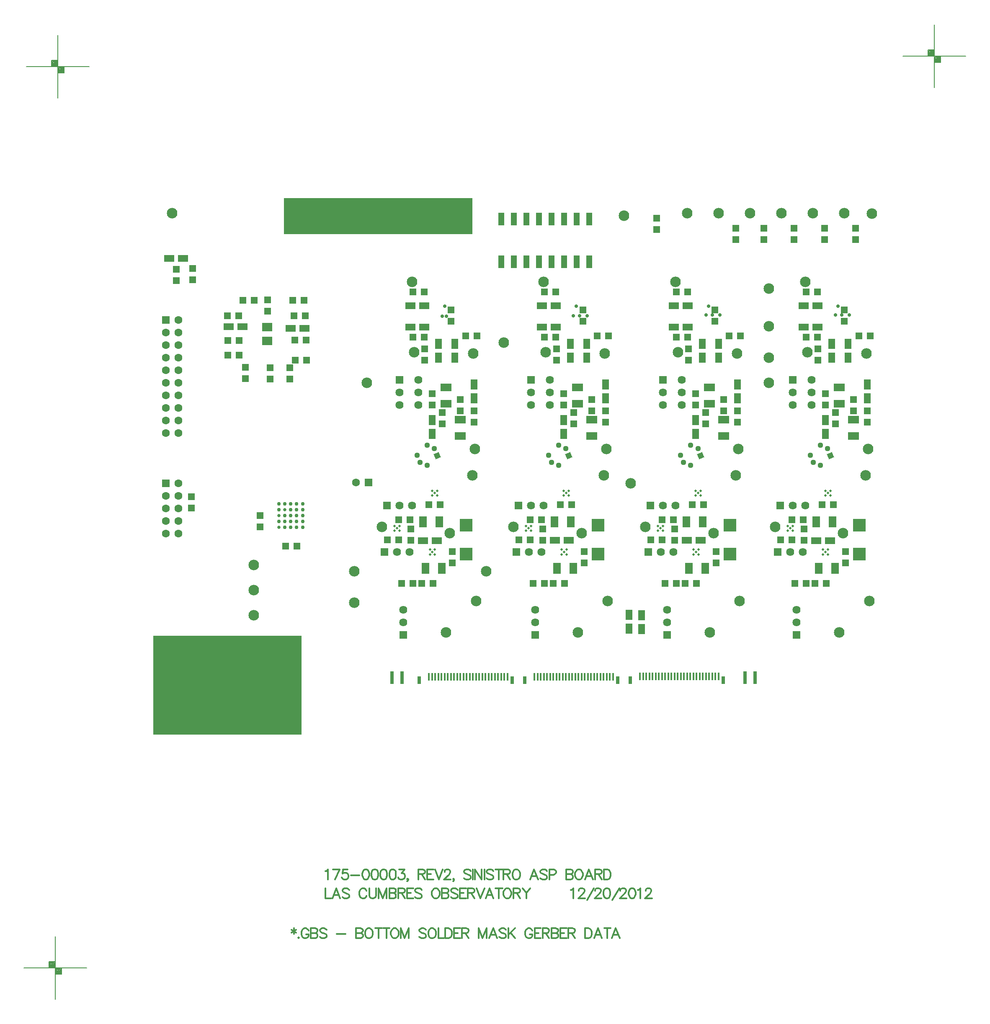
<source format=gbs>
%FSLAX23Y23*%
%MOIN*%
G70*
G01*
G75*
G04 Layer_Color=16711935*
%ADD10O,0.012X0.083*%
%ADD11O,0.083X0.012*%
%ADD12O,0.010X0.061*%
%ADD13O,0.061X0.010*%
%ADD14R,0.014X0.049*%
%ADD15R,0.024X0.087*%
%ADD16O,0.028X0.098*%
%ADD17R,0.036X0.028*%
%ADD18R,0.036X0.036*%
%ADD19R,0.050X0.050*%
%ADD20R,0.045X0.017*%
%ADD21R,0.031X0.060*%
%ADD22R,0.014X0.060*%
%ADD23R,0.030X0.100*%
%ADD24R,0.228X0.228*%
%ADD25O,0.008X0.033*%
%ADD26O,0.033X0.008*%
%ADD27O,0.098X0.028*%
%ADD28R,0.074X0.062*%
%ADD29R,0.016X0.061*%
%ADD30R,0.134X0.075*%
%ADD31R,0.048X0.078*%
%ADD32R,0.050X0.050*%
%ADD33R,0.062X0.074*%
%ADD34R,0.061X0.016*%
%ADD35R,0.100X0.100*%
%ADD36C,0.040*%
%ADD37C,0.010*%
%ADD38C,0.005*%
%ADD39C,0.025*%
%ADD40C,0.012*%
%ADD41R,1.181X0.787*%
%ADD42C,0.008*%
%ADD43C,0.012*%
%ADD44C,0.012*%
%ADD45C,0.060*%
%ADD46R,0.060X0.060*%
%ADD47R,0.060X0.060*%
%ADD48P,0.057X4X247.5*%
%ADD49C,0.026*%
%ADD50C,0.080*%
%ADD51C,0.020*%
%ADD52R,0.059X0.059*%
%ADD53C,0.059*%
%ADD54R,0.059X0.059*%
%ADD55C,0.024*%
%ADD56C,0.236*%
%ADD57C,0.050*%
%ADD58C,0.040*%
%ADD59C,0.100*%
%ADD60C,0.045*%
%ADD61C,0.033*%
%ADD62C,0.072*%
%ADD63C,0.030*%
%ADD64C,0.055*%
G04:AMPARAMS|DCode=65|XSize=95.433mil|YSize=95.433mil|CornerRadius=0mil|HoleSize=0mil|Usage=FLASHONLY|Rotation=0.000|XOffset=0mil|YOffset=0mil|HoleType=Round|Shape=Relief|Width=10mil|Gap=10mil|Entries=4|*
%AMTHD65*
7,0,0,0.095,0.075,0.010,45*
%
%ADD65THD65*%
G04:AMPARAMS|DCode=66|XSize=112mil|YSize=112mil|CornerRadius=0mil|HoleSize=0mil|Usage=FLASHONLY|Rotation=0.000|XOffset=0mil|YOffset=0mil|HoleType=Round|Shape=Relief|Width=10mil|Gap=10mil|Entries=4|*
%AMTHD66*
7,0,0,0.112,0.092,0.010,45*
%
%ADD66THD66*%
%ADD67C,0.138*%
G04:AMPARAMS|DCode=68|XSize=70mil|YSize=70mil|CornerRadius=0mil|HoleSize=0mil|Usage=FLASHONLY|Rotation=0.000|XOffset=0mil|YOffset=0mil|HoleType=Round|Shape=Relief|Width=10mil|Gap=10mil|Entries=4|*
%AMTHD68*
7,0,0,0.070,0.050,0.010,45*
%
%ADD68THD68*%
%ADD69C,0.030*%
G04:AMPARAMS|DCode=70|XSize=85mil|YSize=85mil|CornerRadius=0mil|HoleSize=0mil|Usage=FLASHONLY|Rotation=0.000|XOffset=0mil|YOffset=0mil|HoleType=Round|Shape=Relief|Width=10mil|Gap=10mil|Entries=4|*
%AMTHD70*
7,0,0,0.085,0.065,0.010,45*
%
%ADD70THD70*%
%ADD71R,0.044X0.096*%
%ADD72R,0.060X0.086*%
%ADD73R,0.075X0.063*%
%ADD74R,0.078X0.048*%
%ADD75R,0.086X0.060*%
%ADD76C,0.007*%
%ADD77R,1.181X0.787*%
%ADD78C,0.010*%
%ADD79C,0.024*%
%ADD80C,0.008*%
%ADD81C,0.004*%
%ADD82C,0.010*%
%ADD83C,0.006*%
%ADD84R,0.230X0.152*%
%ADD85R,0.074X0.062*%
%ADD86R,0.062X0.074*%
%ADD87R,1.181X0.787*%
%ADD88O,0.016X0.087*%
%ADD89O,0.087X0.016*%
%ADD90O,0.014X0.065*%
%ADD91O,0.065X0.014*%
%ADD92R,0.018X0.053*%
%ADD93R,0.028X0.091*%
%ADD94O,0.032X0.102*%
%ADD95R,0.040X0.032*%
%ADD96R,0.040X0.040*%
%ADD97R,0.054X0.054*%
%ADD98R,0.049X0.021*%
%ADD99R,0.232X0.232*%
%ADD100O,0.012X0.037*%
%ADD101O,0.037X0.012*%
%ADD102O,0.102X0.032*%
%ADD103R,0.078X0.066*%
%ADD104R,0.020X0.065*%
%ADD105R,0.138X0.079*%
%ADD106R,0.052X0.082*%
%ADD107R,0.054X0.054*%
%ADD108R,0.066X0.078*%
%ADD109R,0.065X0.020*%
%ADD110R,0.104X0.104*%
%ADD111C,0.120*%
%ADD112C,0.064*%
%ADD113R,0.064X0.064*%
%ADD114R,0.064X0.064*%
%ADD115P,0.062X4X247.5*%
%ADD116C,0.044*%
%ADD117C,0.030*%
%ADD118C,0.084*%
%ADD119R,0.063X0.063*%
%ADD120C,0.063*%
%ADD121R,0.063X0.063*%
%ADD122C,0.028*%
%ADD123C,0.240*%
%ADD124C,0.054*%
%ADD125R,1.505X0.288*%
%ADD126R,0.048X0.100*%
%ADD127R,0.064X0.090*%
%ADD128R,0.079X0.067*%
%ADD129R,0.082X0.052*%
%ADD130R,0.090X0.064*%
D21*
X13662Y10741D02*
D03*
X14402D02*
D03*
X13562D02*
D03*
X12822D02*
D03*
X12722D02*
D03*
X11982D02*
D03*
D22*
X12085Y10768D02*
D03*
X12110D02*
D03*
X12135D02*
D03*
X12160D02*
D03*
X12185D02*
D03*
X12210D02*
D03*
X12235D02*
D03*
X12260D02*
D03*
X12285D02*
D03*
X12310D02*
D03*
X12335D02*
D03*
X12360D02*
D03*
X12385D02*
D03*
X12410D02*
D03*
X12435D02*
D03*
X12460D02*
D03*
X12485D02*
D03*
X12510D02*
D03*
X12535D02*
D03*
X12560D02*
D03*
X12585D02*
D03*
X12610D02*
D03*
X12635D02*
D03*
X12660D02*
D03*
X12900D02*
D03*
X12925D02*
D03*
X12950D02*
D03*
X12975D02*
D03*
X13000D02*
D03*
X13025D02*
D03*
X13050D02*
D03*
X13075D02*
D03*
X13100D02*
D03*
X13125D02*
D03*
X13150D02*
D03*
X13175D02*
D03*
X13200D02*
D03*
X13225D02*
D03*
X13250D02*
D03*
X13275D02*
D03*
X13300D02*
D03*
X13325D02*
D03*
X13350D02*
D03*
X13375D02*
D03*
X13400D02*
D03*
X13425D02*
D03*
X13450D02*
D03*
X13475D02*
D03*
X13500D02*
D03*
X13525D02*
D03*
X13740Y10769D02*
D03*
X13765D02*
D03*
X13790D02*
D03*
X13815D02*
D03*
X13840D02*
D03*
X13865D02*
D03*
X13890D02*
D03*
X13915D02*
D03*
X13940D02*
D03*
X13965D02*
D03*
X13990D02*
D03*
X14015D02*
D03*
X14040D02*
D03*
X14065D02*
D03*
X14090D02*
D03*
X14115D02*
D03*
X14140D02*
D03*
X14165D02*
D03*
X14190D02*
D03*
X14215D02*
D03*
X14240D02*
D03*
X14265D02*
D03*
X14290D02*
D03*
X14315D02*
D03*
X14340D02*
D03*
X14365D02*
D03*
X12060Y10768D02*
D03*
X12685D02*
D03*
D23*
X11768Y10759D02*
D03*
X11847D02*
D03*
X14578Y10760D02*
D03*
X14657D02*
D03*
D40*
X10985Y8766D02*
Y8721D01*
X10966Y8755D02*
X11004Y8732D01*
Y8755D02*
X10966Y8732D01*
X11024Y8694D02*
X11021Y8690D01*
X11024Y8686D01*
X11028Y8690D01*
X11024Y8694D01*
X11103Y8747D02*
X11099Y8755D01*
X11091Y8762D01*
X11084Y8766D01*
X11069D01*
X11061Y8762D01*
X11053Y8755D01*
X11050Y8747D01*
X11046Y8736D01*
Y8717D01*
X11050Y8705D01*
X11053Y8698D01*
X11061Y8690D01*
X11069Y8686D01*
X11084D01*
X11091Y8690D01*
X11099Y8698D01*
X11103Y8705D01*
Y8717D01*
X11084D02*
X11103D01*
X11121Y8766D02*
Y8686D01*
Y8766D02*
X11155D01*
X11167Y8762D01*
X11171Y8759D01*
X11174Y8751D01*
Y8743D01*
X11171Y8736D01*
X11167Y8732D01*
X11155Y8728D01*
X11121D02*
X11155D01*
X11167Y8724D01*
X11171Y8721D01*
X11174Y8713D01*
Y8702D01*
X11171Y8694D01*
X11167Y8690D01*
X11155Y8686D01*
X11121D01*
X11246Y8755D02*
X11238Y8762D01*
X11227Y8766D01*
X11211D01*
X11200Y8762D01*
X11192Y8755D01*
Y8747D01*
X11196Y8740D01*
X11200Y8736D01*
X11208Y8732D01*
X11230Y8724D01*
X11238Y8721D01*
X11242Y8717D01*
X11246Y8709D01*
Y8698D01*
X11238Y8690D01*
X11227Y8686D01*
X11211D01*
X11200Y8690D01*
X11192Y8698D01*
X11326Y8721D02*
X11395D01*
X11481Y8766D02*
Y8686D01*
Y8766D02*
X11516D01*
X11527Y8762D01*
X11531Y8759D01*
X11535Y8751D01*
Y8743D01*
X11531Y8736D01*
X11527Y8732D01*
X11516Y8728D01*
X11481D02*
X11516D01*
X11527Y8724D01*
X11531Y8721D01*
X11535Y8713D01*
Y8702D01*
X11531Y8694D01*
X11527Y8690D01*
X11516Y8686D01*
X11481D01*
X11576Y8766D02*
X11568Y8762D01*
X11560Y8755D01*
X11556Y8747D01*
X11553Y8736D01*
Y8717D01*
X11556Y8705D01*
X11560Y8698D01*
X11568Y8690D01*
X11576Y8686D01*
X11591D01*
X11598Y8690D01*
X11606Y8698D01*
X11610Y8705D01*
X11614Y8717D01*
Y8736D01*
X11610Y8747D01*
X11606Y8755D01*
X11598Y8762D01*
X11591Y8766D01*
X11576D01*
X11659D02*
Y8686D01*
X11632Y8766D02*
X11686D01*
X11722D02*
Y8686D01*
X11695Y8766D02*
X11748D01*
X11781D02*
X11773Y8762D01*
X11766Y8755D01*
X11762Y8747D01*
X11758Y8736D01*
Y8717D01*
X11762Y8705D01*
X11766Y8698D01*
X11773Y8690D01*
X11781Y8686D01*
X11796D01*
X11804Y8690D01*
X11811Y8698D01*
X11815Y8705D01*
X11819Y8717D01*
Y8736D01*
X11815Y8747D01*
X11811Y8755D01*
X11804Y8762D01*
X11796Y8766D01*
X11781D01*
X11838D02*
Y8686D01*
Y8766D02*
X11868Y8686D01*
X11899Y8766D02*
X11868Y8686D01*
X11899Y8766D02*
Y8686D01*
X12038Y8755D02*
X12030Y8762D01*
X12018Y8766D01*
X12003D01*
X11992Y8762D01*
X11984Y8755D01*
Y8747D01*
X11988Y8740D01*
X11992Y8736D01*
X11999Y8732D01*
X12022Y8724D01*
X12030Y8721D01*
X12034Y8717D01*
X12038Y8709D01*
Y8698D01*
X12030Y8690D01*
X12018Y8686D01*
X12003D01*
X11992Y8690D01*
X11984Y8698D01*
X12078Y8766D02*
X12071Y8762D01*
X12063Y8755D01*
X12059Y8747D01*
X12055Y8736D01*
Y8717D01*
X12059Y8705D01*
X12063Y8698D01*
X12071Y8690D01*
X12078Y8686D01*
X12094D01*
X12101Y8690D01*
X12109Y8698D01*
X12113Y8705D01*
X12116Y8717D01*
Y8736D01*
X12113Y8747D01*
X12109Y8755D01*
X12101Y8762D01*
X12094Y8766D01*
X12078D01*
X12135D02*
Y8686D01*
X12181D01*
X12189Y8766D02*
Y8686D01*
Y8766D02*
X12216D01*
X12228Y8762D01*
X12235Y8755D01*
X12239Y8747D01*
X12243Y8736D01*
Y8717D01*
X12239Y8705D01*
X12235Y8698D01*
X12228Y8690D01*
X12216Y8686D01*
X12189D01*
X12310Y8766D02*
X12261D01*
Y8686D01*
X12310D01*
X12261Y8728D02*
X12291D01*
X12324Y8766D02*
Y8686D01*
Y8766D02*
X12358D01*
X12369Y8762D01*
X12373Y8759D01*
X12377Y8751D01*
Y8743D01*
X12373Y8736D01*
X12369Y8732D01*
X12358Y8728D01*
X12324D01*
X12350D02*
X12377Y8686D01*
X12458Y8766D02*
Y8686D01*
Y8766D02*
X12488Y8686D01*
X12519Y8766D02*
X12488Y8686D01*
X12519Y8766D02*
Y8686D01*
X12602D02*
X12572Y8766D01*
X12541Y8686D01*
X12553Y8713D02*
X12591D01*
X12674Y8755D02*
X12667Y8762D01*
X12655Y8766D01*
X12640D01*
X12629Y8762D01*
X12621Y8755D01*
Y8747D01*
X12625Y8740D01*
X12629Y8736D01*
X12636Y8732D01*
X12659Y8724D01*
X12667Y8721D01*
X12671Y8717D01*
X12674Y8709D01*
Y8698D01*
X12667Y8690D01*
X12655Y8686D01*
X12640D01*
X12629Y8690D01*
X12621Y8698D01*
X12692Y8766D02*
Y8686D01*
X12746Y8766D02*
X12692Y8713D01*
X12711Y8732D02*
X12746Y8686D01*
X12883Y8747D02*
X12880Y8755D01*
X12872Y8762D01*
X12864Y8766D01*
X12849D01*
X12842Y8762D01*
X12834Y8755D01*
X12830Y8747D01*
X12826Y8736D01*
Y8717D01*
X12830Y8705D01*
X12834Y8698D01*
X12842Y8690D01*
X12849Y8686D01*
X12864D01*
X12872Y8690D01*
X12880Y8698D01*
X12883Y8705D01*
Y8717D01*
X12864D02*
X12883D01*
X12951Y8766D02*
X12902D01*
Y8686D01*
X12951D01*
X12902Y8728D02*
X12932D01*
X12965Y8766D02*
Y8686D01*
Y8766D02*
X12999D01*
X13010Y8762D01*
X13014Y8759D01*
X13018Y8751D01*
Y8743D01*
X13014Y8736D01*
X13010Y8732D01*
X12999Y8728D01*
X12965D01*
X12991D02*
X13018Y8686D01*
X13036Y8766D02*
Y8686D01*
Y8766D02*
X13070D01*
X13081Y8762D01*
X13085Y8759D01*
X13089Y8751D01*
Y8743D01*
X13085Y8736D01*
X13081Y8732D01*
X13070Y8728D01*
X13036D02*
X13070D01*
X13081Y8724D01*
X13085Y8721D01*
X13089Y8713D01*
Y8702D01*
X13085Y8694D01*
X13081Y8690D01*
X13070Y8686D01*
X13036D01*
X13157Y8766D02*
X13107D01*
Y8686D01*
X13157D01*
X13107Y8728D02*
X13137D01*
X13170Y8766D02*
Y8686D01*
Y8766D02*
X13204D01*
X13216Y8762D01*
X13219Y8759D01*
X13223Y8751D01*
Y8743D01*
X13219Y8736D01*
X13216Y8732D01*
X13204Y8728D01*
X13170D01*
X13197D02*
X13223Y8686D01*
X13304Y8766D02*
Y8686D01*
Y8766D02*
X13331D01*
X13342Y8762D01*
X13350Y8755D01*
X13353Y8747D01*
X13357Y8736D01*
Y8717D01*
X13353Y8705D01*
X13350Y8698D01*
X13342Y8690D01*
X13331Y8686D01*
X13304D01*
X13436D02*
X13406Y8766D01*
X13375Y8686D01*
X13387Y8713D02*
X13425D01*
X13481Y8766D02*
Y8686D01*
X13455Y8766D02*
X13508D01*
X13579Y8686D02*
X13548Y8766D01*
X13518Y8686D01*
X13529Y8713D02*
X13567D01*
D42*
X8838Y8452D02*
X9338D01*
X9088Y8202D02*
Y8702D01*
X9038Y8452D02*
Y8502D01*
X9088D01*
X9138Y8402D02*
Y8452D01*
X9088Y8402D02*
X9138D01*
X9093Y8447D02*
X9133D01*
Y8407D02*
Y8447D01*
X9093Y8407D02*
X9133D01*
X9093D02*
Y8447D01*
X9098Y8442D02*
X9128D01*
Y8412D02*
Y8442D01*
X9098Y8412D02*
X9128D01*
X9098D02*
Y8437D01*
X9103D02*
X9123D01*
Y8417D02*
Y8437D01*
X9103Y8417D02*
X9123D01*
X9103D02*
Y8432D01*
X9108D02*
X9118D01*
Y8422D02*
Y8432D01*
X9108Y8422D02*
X9118D01*
X9108D02*
Y8432D01*
Y8427D02*
X9118D01*
X9043Y8497D02*
X9083D01*
Y8457D02*
Y8497D01*
X9043Y8457D02*
X9083D01*
X9043D02*
Y8497D01*
X9048Y8492D02*
X9078D01*
Y8462D02*
Y8492D01*
X9048Y8462D02*
X9078D01*
X9048D02*
Y8487D01*
X9053D02*
X9073D01*
Y8467D02*
Y8487D01*
X9053Y8467D02*
X9073D01*
X9053D02*
Y8482D01*
X9058D02*
X9068D01*
Y8472D02*
Y8482D01*
X9058Y8472D02*
X9068D01*
X9058D02*
Y8482D01*
Y8477D02*
X9068D01*
X8855Y15624D02*
X9355D01*
X9105Y15374D02*
Y15874D01*
X9055Y15624D02*
Y15674D01*
X9105D01*
X9155Y15574D02*
Y15624D01*
X9105Y15574D02*
X9155D01*
X9110Y15619D02*
X9150D01*
Y15579D02*
Y15619D01*
X9110Y15579D02*
X9150D01*
X9110D02*
Y15619D01*
X9115Y15614D02*
X9145D01*
Y15584D02*
Y15614D01*
X9115Y15584D02*
X9145D01*
X9115D02*
Y15609D01*
X9120D02*
X9140D01*
Y15589D02*
Y15609D01*
X9120Y15589D02*
X9140D01*
X9120D02*
Y15604D01*
X9125D02*
X9135D01*
Y15594D02*
Y15604D01*
X9125Y15594D02*
X9135D01*
X9125D02*
Y15604D01*
Y15599D02*
X9135D01*
X9060Y15669D02*
X9100D01*
Y15629D02*
Y15669D01*
X9060Y15629D02*
X9100D01*
X9060D02*
Y15669D01*
X9065Y15664D02*
X9095D01*
Y15634D02*
Y15664D01*
X9065Y15634D02*
X9095D01*
X9065D02*
Y15659D01*
X9070D02*
X9090D01*
Y15639D02*
Y15659D01*
X9070Y15639D02*
X9090D01*
X9070D02*
Y15654D01*
X9075D02*
X9085D01*
Y15644D02*
Y15654D01*
X9075Y15644D02*
X9085D01*
X9075D02*
Y15654D01*
Y15649D02*
X9085D01*
X15834Y15707D02*
X16334D01*
X16084Y15457D02*
Y15957D01*
X16034Y15707D02*
Y15757D01*
X16084D01*
X16134Y15657D02*
Y15707D01*
X16084Y15657D02*
X16134D01*
X16089Y15702D02*
X16129D01*
Y15662D02*
Y15702D01*
X16089Y15662D02*
X16129D01*
X16089D02*
Y15702D01*
X16094Y15697D02*
X16124D01*
Y15667D02*
Y15697D01*
X16094Y15667D02*
X16124D01*
X16094D02*
Y15692D01*
X16099D02*
X16119D01*
Y15672D02*
Y15692D01*
X16099Y15672D02*
X16119D01*
X16099D02*
Y15687D01*
X16104D02*
X16114D01*
Y15677D02*
Y15687D01*
X16104Y15677D02*
X16114D01*
X16104D02*
Y15687D01*
Y15682D02*
X16114D01*
X16039Y15752D02*
X16079D01*
Y15712D02*
Y15752D01*
X16039Y15712D02*
X16079D01*
X16039D02*
Y15752D01*
X16044Y15747D02*
X16074D01*
Y15717D02*
Y15747D01*
X16044Y15717D02*
X16074D01*
X16044D02*
Y15742D01*
X16049D02*
X16069D01*
Y15722D02*
Y15742D01*
X16049Y15722D02*
X16069D01*
X16049D02*
Y15737D01*
X16054D02*
X16064D01*
Y15727D02*
Y15737D01*
X16054Y15727D02*
X16064D01*
X16054D02*
Y15737D01*
Y15732D02*
X16064D01*
D43*
X11238Y9219D02*
X11246Y9222D01*
X11257Y9234D01*
Y9154D01*
X11350Y9234D02*
X11312Y9154D01*
X11297Y9234D02*
X11350D01*
X11414D02*
X11376D01*
X11372Y9200D01*
X11376Y9203D01*
X11387Y9207D01*
X11399D01*
X11410Y9203D01*
X11418Y9196D01*
X11421Y9184D01*
Y9177D01*
X11418Y9165D01*
X11410Y9158D01*
X11399Y9154D01*
X11387D01*
X11376Y9158D01*
X11372Y9161D01*
X11368Y9169D01*
X11439Y9188D02*
X11508D01*
X11554Y9234D02*
X11543Y9230D01*
X11535Y9219D01*
X11531Y9200D01*
Y9188D01*
X11535Y9169D01*
X11543Y9158D01*
X11554Y9154D01*
X11562D01*
X11573Y9158D01*
X11581Y9169D01*
X11585Y9188D01*
Y9200D01*
X11581Y9219D01*
X11573Y9230D01*
X11562Y9234D01*
X11554D01*
X11626D02*
X11614Y9230D01*
X11606Y9219D01*
X11603Y9200D01*
Y9188D01*
X11606Y9169D01*
X11614Y9158D01*
X11626Y9154D01*
X11633D01*
X11645Y9158D01*
X11652Y9169D01*
X11656Y9188D01*
Y9200D01*
X11652Y9219D01*
X11645Y9230D01*
X11633Y9234D01*
X11626D01*
X11697D02*
X11685Y9230D01*
X11678Y9219D01*
X11674Y9200D01*
Y9188D01*
X11678Y9169D01*
X11685Y9158D01*
X11697Y9154D01*
X11704D01*
X11716Y9158D01*
X11723Y9169D01*
X11727Y9188D01*
Y9200D01*
X11723Y9219D01*
X11716Y9230D01*
X11704Y9234D01*
X11697D01*
X11768D02*
X11757Y9230D01*
X11749Y9219D01*
X11745Y9200D01*
Y9188D01*
X11749Y9169D01*
X11757Y9158D01*
X11768Y9154D01*
X11776D01*
X11787Y9158D01*
X11795Y9169D01*
X11798Y9188D01*
Y9200D01*
X11795Y9219D01*
X11787Y9230D01*
X11776Y9234D01*
X11768D01*
X11824D02*
X11866D01*
X11843Y9203D01*
X11854D01*
X11862Y9200D01*
X11866Y9196D01*
X11870Y9184D01*
Y9177D01*
X11866Y9165D01*
X11858Y9158D01*
X11847Y9154D01*
X11835D01*
X11824Y9158D01*
X11820Y9161D01*
X11816Y9169D01*
X11895Y9158D02*
X11891Y9154D01*
X11888Y9158D01*
X11891Y9161D01*
X11895Y9158D01*
Y9150D01*
X11891Y9142D01*
X11888Y9139D01*
X11976Y9234D02*
Y9154D01*
Y9234D02*
X12010D01*
X12021Y9230D01*
X12025Y9226D01*
X12029Y9219D01*
Y9211D01*
X12025Y9203D01*
X12021Y9200D01*
X12010Y9196D01*
X11976D01*
X12002D02*
X12029Y9154D01*
X12096Y9234D02*
X12047D01*
Y9154D01*
X12096D01*
X12047Y9196D02*
X12077D01*
X12110Y9234D02*
X12140Y9154D01*
X12171Y9234D02*
X12140Y9154D01*
X12185Y9215D02*
Y9219D01*
X12188Y9226D01*
X12192Y9230D01*
X12200Y9234D01*
X12215D01*
X12223Y9230D01*
X12227Y9226D01*
X12230Y9219D01*
Y9211D01*
X12227Y9203D01*
X12219Y9192D01*
X12181Y9154D01*
X12234D01*
X12260Y9158D02*
X12256Y9154D01*
X12252Y9158D01*
X12256Y9161D01*
X12260Y9158D01*
Y9150D01*
X12256Y9142D01*
X12252Y9139D01*
X12393Y9222D02*
X12386Y9230D01*
X12374Y9234D01*
X12359D01*
X12348Y9230D01*
X12340Y9222D01*
Y9215D01*
X12344Y9207D01*
X12348Y9203D01*
X12355Y9200D01*
X12378Y9192D01*
X12386Y9188D01*
X12390Y9184D01*
X12393Y9177D01*
Y9165D01*
X12386Y9158D01*
X12374Y9154D01*
X12359D01*
X12348Y9158D01*
X12340Y9165D01*
X12411Y9234D02*
Y9154D01*
X12428Y9234D02*
Y9154D01*
Y9234D02*
X12481Y9154D01*
Y9234D02*
Y9154D01*
X12503Y9234D02*
Y9154D01*
X12574Y9222D02*
X12566Y9230D01*
X12554Y9234D01*
X12539D01*
X12528Y9230D01*
X12520Y9222D01*
Y9215D01*
X12524Y9207D01*
X12528Y9203D01*
X12535Y9200D01*
X12558Y9192D01*
X12566Y9188D01*
X12570Y9184D01*
X12574Y9177D01*
Y9165D01*
X12566Y9158D01*
X12554Y9154D01*
X12539D01*
X12528Y9158D01*
X12520Y9165D01*
X12618Y9234D02*
Y9154D01*
X12591Y9234D02*
X12645D01*
X12654D02*
Y9154D01*
Y9234D02*
X12689D01*
X12700Y9230D01*
X12704Y9226D01*
X12708Y9219D01*
Y9211D01*
X12704Y9203D01*
X12700Y9200D01*
X12689Y9196D01*
X12654D01*
X12681D02*
X12708Y9154D01*
X12748Y9234D02*
X12741Y9230D01*
X12733Y9222D01*
X12729Y9215D01*
X12725Y9203D01*
Y9184D01*
X12729Y9173D01*
X12733Y9165D01*
X12741Y9158D01*
X12748Y9154D01*
X12764D01*
X12771Y9158D01*
X12779Y9165D01*
X12783Y9173D01*
X12786Y9184D01*
Y9203D01*
X12783Y9215D01*
X12779Y9222D01*
X12771Y9230D01*
X12764Y9234D01*
X12748D01*
X12929Y9154D02*
X12898Y9234D01*
X12868Y9154D01*
X12879Y9181D02*
X12917D01*
X13001Y9222D02*
X12993Y9230D01*
X12982Y9234D01*
X12967D01*
X12955Y9230D01*
X12948Y9222D01*
Y9215D01*
X12951Y9207D01*
X12955Y9203D01*
X12963Y9200D01*
X12986Y9192D01*
X12993Y9188D01*
X12997Y9184D01*
X13001Y9177D01*
Y9165D01*
X12993Y9158D01*
X12982Y9154D01*
X12967D01*
X12955Y9158D01*
X12948Y9165D01*
X13019Y9192D02*
X13053D01*
X13064Y9196D01*
X13068Y9200D01*
X13072Y9207D01*
Y9219D01*
X13068Y9226D01*
X13064Y9230D01*
X13053Y9234D01*
X13019D01*
Y9154D01*
X13153Y9234D02*
Y9154D01*
Y9234D02*
X13187D01*
X13199Y9230D01*
X13202Y9226D01*
X13206Y9219D01*
Y9211D01*
X13202Y9203D01*
X13199Y9200D01*
X13187Y9196D01*
X13153D02*
X13187D01*
X13199Y9192D01*
X13202Y9188D01*
X13206Y9181D01*
Y9169D01*
X13202Y9161D01*
X13199Y9158D01*
X13187Y9154D01*
X13153D01*
X13247Y9234D02*
X13239Y9230D01*
X13232Y9222D01*
X13228Y9215D01*
X13224Y9203D01*
Y9184D01*
X13228Y9173D01*
X13232Y9165D01*
X13239Y9158D01*
X13247Y9154D01*
X13262D01*
X13270Y9158D01*
X13277Y9165D01*
X13281Y9173D01*
X13285Y9184D01*
Y9203D01*
X13281Y9215D01*
X13277Y9222D01*
X13270Y9230D01*
X13262Y9234D01*
X13247D01*
X13365Y9154D02*
X13334Y9234D01*
X13304Y9154D01*
X13315Y9181D02*
X13353D01*
X13383Y9234D02*
Y9154D01*
Y9234D02*
X13418D01*
X13429Y9230D01*
X13433Y9226D01*
X13437Y9219D01*
Y9211D01*
X13433Y9203D01*
X13429Y9200D01*
X13418Y9196D01*
X13383D01*
X13410D02*
X13437Y9154D01*
X13454Y9234D02*
Y9154D01*
Y9234D02*
X13481D01*
X13493Y9230D01*
X13500Y9222D01*
X13504Y9215D01*
X13508Y9203D01*
Y9184D01*
X13504Y9173D01*
X13500Y9165D01*
X13493Y9158D01*
X13481Y9154D01*
X13454D01*
D44*
X11238Y9084D02*
Y9004D01*
X11284D01*
X11354D02*
X11323Y9084D01*
X11293Y9004D01*
X11304Y9031D02*
X11342D01*
X11426Y9072D02*
X11418Y9080D01*
X11407Y9084D01*
X11391D01*
X11380Y9080D01*
X11372Y9072D01*
Y9065D01*
X11376Y9057D01*
X11380Y9053D01*
X11387Y9050D01*
X11410Y9042D01*
X11418Y9038D01*
X11422Y9034D01*
X11426Y9027D01*
Y9015D01*
X11418Y9008D01*
X11407Y9004D01*
X11391D01*
X11380Y9008D01*
X11372Y9015D01*
X11563Y9065D02*
X11560Y9072D01*
X11552Y9080D01*
X11544Y9084D01*
X11529D01*
X11522Y9080D01*
X11514Y9072D01*
X11510Y9065D01*
X11506Y9053D01*
Y9034D01*
X11510Y9023D01*
X11514Y9015D01*
X11522Y9008D01*
X11529Y9004D01*
X11544D01*
X11552Y9008D01*
X11560Y9015D01*
X11563Y9023D01*
X11586Y9084D02*
Y9027D01*
X11590Y9015D01*
X11597Y9008D01*
X11609Y9004D01*
X11616D01*
X11628Y9008D01*
X11635Y9015D01*
X11639Y9027D01*
Y9084D01*
X11661D02*
Y9004D01*
Y9084D02*
X11692Y9004D01*
X11722Y9084D02*
X11692Y9004D01*
X11722Y9084D02*
Y9004D01*
X11745Y9084D02*
Y9004D01*
Y9084D02*
X11779D01*
X11791Y9080D01*
X11795Y9076D01*
X11798Y9069D01*
Y9061D01*
X11795Y9053D01*
X11791Y9050D01*
X11779Y9046D01*
X11745D02*
X11779D01*
X11791Y9042D01*
X11795Y9038D01*
X11798Y9031D01*
Y9019D01*
X11795Y9011D01*
X11791Y9008D01*
X11779Y9004D01*
X11745D01*
X11816Y9084D02*
Y9004D01*
Y9084D02*
X11851D01*
X11862Y9080D01*
X11866Y9076D01*
X11870Y9069D01*
Y9061D01*
X11866Y9053D01*
X11862Y9050D01*
X11851Y9046D01*
X11816D01*
X11843D02*
X11870Y9004D01*
X11937Y9084D02*
X11888D01*
Y9004D01*
X11937D01*
X11888Y9046D02*
X11918D01*
X12004Y9072D02*
X11996Y9080D01*
X11985Y9084D01*
X11969D01*
X11958Y9080D01*
X11950Y9072D01*
Y9065D01*
X11954Y9057D01*
X11958Y9053D01*
X11966Y9050D01*
X11988Y9042D01*
X11996Y9038D01*
X12000Y9034D01*
X12004Y9027D01*
Y9015D01*
X11996Y9008D01*
X11985Y9004D01*
X11969D01*
X11958Y9008D01*
X11950Y9015D01*
X12107Y9084D02*
X12100Y9080D01*
X12092Y9072D01*
X12088Y9065D01*
X12084Y9053D01*
Y9034D01*
X12088Y9023D01*
X12092Y9015D01*
X12100Y9008D01*
X12107Y9004D01*
X12123D01*
X12130Y9008D01*
X12138Y9015D01*
X12142Y9023D01*
X12145Y9034D01*
Y9053D01*
X12142Y9065D01*
X12138Y9072D01*
X12130Y9080D01*
X12123Y9084D01*
X12107D01*
X12164D02*
Y9004D01*
Y9084D02*
X12198D01*
X12210Y9080D01*
X12214Y9076D01*
X12217Y9069D01*
Y9061D01*
X12214Y9053D01*
X12210Y9050D01*
X12198Y9046D01*
X12164D02*
X12198D01*
X12210Y9042D01*
X12214Y9038D01*
X12217Y9031D01*
Y9019D01*
X12214Y9011D01*
X12210Y9008D01*
X12198Y9004D01*
X12164D01*
X12289Y9072D02*
X12281Y9080D01*
X12270Y9084D01*
X12254D01*
X12243Y9080D01*
X12235Y9072D01*
Y9065D01*
X12239Y9057D01*
X12243Y9053D01*
X12251Y9050D01*
X12273Y9042D01*
X12281Y9038D01*
X12285Y9034D01*
X12289Y9027D01*
Y9015D01*
X12281Y9008D01*
X12270Y9004D01*
X12254D01*
X12243Y9008D01*
X12235Y9015D01*
X12356Y9084D02*
X12307D01*
Y9004D01*
X12356D01*
X12307Y9046D02*
X12337D01*
X12369Y9084D02*
Y9004D01*
Y9084D02*
X12404D01*
X12415Y9080D01*
X12419Y9076D01*
X12423Y9069D01*
Y9061D01*
X12419Y9053D01*
X12415Y9050D01*
X12404Y9046D01*
X12369D01*
X12396D02*
X12423Y9004D01*
X12441Y9084D02*
X12471Y9004D01*
X12502Y9084D02*
X12471Y9004D01*
X12573D02*
X12542Y9084D01*
X12512Y9004D01*
X12523Y9031D02*
X12561D01*
X12618Y9084D02*
Y9004D01*
X12591Y9084D02*
X12645D01*
X12677D02*
X12669Y9080D01*
X12662Y9072D01*
X12658Y9065D01*
X12654Y9053D01*
Y9034D01*
X12658Y9023D01*
X12662Y9015D01*
X12669Y9008D01*
X12677Y9004D01*
X12692D01*
X12700Y9008D01*
X12708Y9015D01*
X12711Y9023D01*
X12715Y9034D01*
Y9053D01*
X12711Y9065D01*
X12708Y9072D01*
X12700Y9080D01*
X12692Y9084D01*
X12677D01*
X12734D02*
Y9004D01*
Y9084D02*
X12768D01*
X12780Y9080D01*
X12783Y9076D01*
X12787Y9069D01*
Y9061D01*
X12783Y9053D01*
X12780Y9050D01*
X12768Y9046D01*
X12734D01*
X12761D02*
X12787Y9004D01*
X12805Y9084D02*
X12836Y9046D01*
Y9004D01*
X12866Y9084D02*
X12836Y9046D01*
X13191Y9069D02*
X13198Y9072D01*
X13210Y9084D01*
Y9004D01*
X13253Y9065D02*
Y9069D01*
X13257Y9076D01*
X13261Y9080D01*
X13268Y9084D01*
X13283D01*
X13291Y9080D01*
X13295Y9076D01*
X13299Y9069D01*
Y9061D01*
X13295Y9053D01*
X13287Y9042D01*
X13249Y9004D01*
X13302D01*
X13320Y8992D02*
X13374Y9084D01*
X13383Y9065D02*
Y9069D01*
X13387Y9076D01*
X13390Y9080D01*
X13398Y9084D01*
X13413D01*
X13421Y9080D01*
X13425Y9076D01*
X13429Y9069D01*
Y9061D01*
X13425Y9053D01*
X13417Y9042D01*
X13379Y9004D01*
X13432D01*
X13473Y9084D02*
X13462Y9080D01*
X13454Y9069D01*
X13450Y9050D01*
Y9038D01*
X13454Y9019D01*
X13462Y9008D01*
X13473Y9004D01*
X13481D01*
X13492Y9008D01*
X13500Y9019D01*
X13504Y9038D01*
Y9050D01*
X13500Y9069D01*
X13492Y9080D01*
X13481Y9084D01*
X13473D01*
X13521Y8992D02*
X13575Y9084D01*
X13584Y9065D02*
Y9069D01*
X13588Y9076D01*
X13592Y9080D01*
X13599Y9084D01*
X13614D01*
X13622Y9080D01*
X13626Y9076D01*
X13630Y9069D01*
Y9061D01*
X13626Y9053D01*
X13618Y9042D01*
X13580Y9004D01*
X13633D01*
X13674Y9084D02*
X13663Y9080D01*
X13655Y9069D01*
X13651Y9050D01*
Y9038D01*
X13655Y9019D01*
X13663Y9008D01*
X13674Y9004D01*
X13682D01*
X13693Y9008D01*
X13701Y9019D01*
X13705Y9038D01*
Y9050D01*
X13701Y9069D01*
X13693Y9080D01*
X13682Y9084D01*
X13674D01*
X13723Y9069D02*
X13730Y9072D01*
X13742Y9084D01*
Y9004D01*
X13785Y9065D02*
Y9069D01*
X13789Y9076D01*
X13793Y9080D01*
X13800Y9084D01*
X13816D01*
X13823Y9080D01*
X13827Y9076D01*
X13831Y9069D01*
Y9061D01*
X13827Y9053D01*
X13819Y9042D01*
X13781Y9004D01*
X13835D01*
D49*
X10866Y11956D02*
D03*
Y12051D02*
D03*
X10913Y12098D02*
D03*
D51*
X12125Y12209D02*
D03*
Y12248D02*
D03*
X12105Y12229D02*
D03*
X12086Y12209D02*
D03*
Y12248D02*
D03*
X15238Y11780D02*
D03*
X15198D02*
D03*
X15218Y11761D02*
D03*
X15238Y11741D02*
D03*
X15198D02*
D03*
X14206Y11780D02*
D03*
X14167D02*
D03*
X14187Y11761D02*
D03*
X14206Y11741D02*
D03*
X14167D02*
D03*
X13155Y11780D02*
D03*
X13116D02*
D03*
X13135Y11761D02*
D03*
X13155Y11741D02*
D03*
X13116D02*
D03*
X12108Y11780D02*
D03*
X12069D02*
D03*
X12088Y11761D02*
D03*
X12108Y11741D02*
D03*
X12069D02*
D03*
X14955Y11929D02*
D03*
Y11968D02*
D03*
X14935Y11949D02*
D03*
X14915Y11929D02*
D03*
Y11968D02*
D03*
X13923Y11929D02*
D03*
Y11968D02*
D03*
X13904Y11949D02*
D03*
X13884Y11929D02*
D03*
Y11968D02*
D03*
X12872Y11929D02*
D03*
Y11968D02*
D03*
X12852Y11949D02*
D03*
X12833Y11929D02*
D03*
Y11968D02*
D03*
X11825Y11929D02*
D03*
Y11968D02*
D03*
X11805Y11949D02*
D03*
X11786Y11929D02*
D03*
Y11968D02*
D03*
X15255Y12209D02*
D03*
Y12248D02*
D03*
X15235Y12229D02*
D03*
X15215Y12209D02*
D03*
Y12248D02*
D03*
X14223Y12209D02*
D03*
Y12248D02*
D03*
X14204Y12229D02*
D03*
X14184Y12209D02*
D03*
Y12248D02*
D03*
X13172Y12209D02*
D03*
Y12248D02*
D03*
X13152Y12229D02*
D03*
X13133Y12209D02*
D03*
Y12248D02*
D03*
D87*
X10457Y10700D02*
D03*
D97*
X15457Y14338D02*
D03*
Y14248D02*
D03*
X10954Y13227D02*
D03*
Y13137D02*
D03*
X10600Y13229D02*
D03*
Y13139D02*
D03*
X10797Y13228D02*
D03*
Y13138D02*
D03*
X10777Y13678D02*
D03*
Y13768D02*
D03*
X10171Y12109D02*
D03*
Y12199D02*
D03*
X10049Y14011D02*
D03*
Y13921D02*
D03*
X15439Y12884D02*
D03*
Y12974D02*
D03*
X12310Y12884D02*
D03*
Y12974D02*
D03*
X15549Y12884D02*
D03*
Y12794D02*
D03*
X12420Y12884D02*
D03*
Y12794D02*
D03*
X15367Y13687D02*
D03*
Y13597D02*
D03*
X12238Y13687D02*
D03*
Y13597D02*
D03*
X15157Y13287D02*
D03*
Y13377D02*
D03*
X12028Y13287D02*
D03*
Y13377D02*
D03*
X15215Y12929D02*
D03*
Y13019D02*
D03*
X12086Y12929D02*
D03*
Y13019D02*
D03*
X15295Y12869D02*
D03*
Y12779D02*
D03*
X12166Y12869D02*
D03*
Y12779D02*
D03*
X15047Y11855D02*
D03*
Y11945D02*
D03*
X15377Y11765D02*
D03*
Y11675D02*
D03*
X11918Y11855D02*
D03*
Y11945D02*
D03*
X12248Y11765D02*
D03*
Y11675D02*
D03*
X14408Y12974D02*
D03*
Y12884D02*
D03*
X13357Y12974D02*
D03*
Y12884D02*
D03*
X14518Y12794D02*
D03*
Y12884D02*
D03*
X13467Y12794D02*
D03*
Y12884D02*
D03*
X14336Y13597D02*
D03*
Y13687D02*
D03*
X13285Y13597D02*
D03*
Y13687D02*
D03*
X14126Y13377D02*
D03*
Y13287D02*
D03*
X13075Y13377D02*
D03*
Y13287D02*
D03*
X14184Y13019D02*
D03*
Y12929D02*
D03*
X13133Y13019D02*
D03*
Y12929D02*
D03*
X14264Y12779D02*
D03*
Y12869D02*
D03*
X13213Y12779D02*
D03*
Y12869D02*
D03*
X14016Y11945D02*
D03*
Y11855D02*
D03*
X12965Y11945D02*
D03*
Y11855D02*
D03*
X14346Y11675D02*
D03*
Y11765D02*
D03*
X13295Y11675D02*
D03*
Y11765D02*
D03*
X10716Y11961D02*
D03*
Y12051D02*
D03*
X10179Y13926D02*
D03*
Y14016D02*
D03*
X13872Y14416D02*
D03*
Y14326D02*
D03*
X14502Y14338D02*
D03*
Y14248D02*
D03*
X14965Y14338D02*
D03*
Y14248D02*
D03*
X14728Y14338D02*
D03*
Y14248D02*
D03*
X15211Y14338D02*
D03*
Y14248D02*
D03*
D106*
X13654Y11259D02*
D03*
Y11149D02*
D03*
X13752Y11148D02*
D03*
Y11258D02*
D03*
X15267Y13307D02*
D03*
Y13417D02*
D03*
X12138Y13307D02*
D03*
Y13417D02*
D03*
X15549Y12984D02*
D03*
Y13094D02*
D03*
X12420Y12984D02*
D03*
Y13094D02*
D03*
X15397Y13307D02*
D03*
Y13417D02*
D03*
X12268Y13307D02*
D03*
Y13417D02*
D03*
X15215Y12699D02*
D03*
Y12809D02*
D03*
X12086Y12699D02*
D03*
Y12809D02*
D03*
X14236Y13417D02*
D03*
Y13307D02*
D03*
X13185Y13417D02*
D03*
Y13307D02*
D03*
X14518Y13094D02*
D03*
Y12984D02*
D03*
X13467Y13094D02*
D03*
Y12984D02*
D03*
X14366Y13417D02*
D03*
Y13307D02*
D03*
X13315Y13417D02*
D03*
Y13307D02*
D03*
X14184Y12809D02*
D03*
Y12699D02*
D03*
X13133Y12809D02*
D03*
Y12699D02*
D03*
D107*
X11065Y13764D02*
D03*
X10975D02*
D03*
X10995Y13288D02*
D03*
X11085D02*
D03*
X10993Y13446D02*
D03*
X11083D02*
D03*
X10549Y13445D02*
D03*
X10459D02*
D03*
X10671Y13765D02*
D03*
X10581D02*
D03*
X10549Y13328D02*
D03*
X10459D02*
D03*
X10548Y13641D02*
D03*
X10458D02*
D03*
X10987Y13642D02*
D03*
X11077D02*
D03*
X15062Y13832D02*
D03*
X15152D02*
D03*
X11933D02*
D03*
X12023D02*
D03*
X15062Y13472D02*
D03*
X15152D02*
D03*
X11933D02*
D03*
X12023D02*
D03*
X15572Y13482D02*
D03*
X15482D02*
D03*
X12443D02*
D03*
X12353D02*
D03*
X14949Y11858D02*
D03*
X14859D02*
D03*
X14949Y12018D02*
D03*
X15039D02*
D03*
X14972Y11510D02*
D03*
X15062D02*
D03*
X15222D02*
D03*
X15132D02*
D03*
X15189Y12138D02*
D03*
X15279D02*
D03*
X12060D02*
D03*
X12150D02*
D03*
X11843Y11510D02*
D03*
X11933D02*
D03*
X12093D02*
D03*
X12003D02*
D03*
X11820Y11858D02*
D03*
X11730D02*
D03*
X11820Y12018D02*
D03*
X11910D02*
D03*
X14121Y13832D02*
D03*
X14031D02*
D03*
X13070D02*
D03*
X12980D02*
D03*
X14121Y13472D02*
D03*
X14031D02*
D03*
X13070D02*
D03*
X12980D02*
D03*
X14451Y13482D02*
D03*
X14541D02*
D03*
X13400D02*
D03*
X13490D02*
D03*
X13828Y11858D02*
D03*
X13918D02*
D03*
X12777D02*
D03*
X12867D02*
D03*
X14008Y12018D02*
D03*
X13918D02*
D03*
X12957D02*
D03*
X12867D02*
D03*
X14031Y11510D02*
D03*
X13941D02*
D03*
X12980D02*
D03*
X12890D02*
D03*
X14101D02*
D03*
X14191D02*
D03*
X13050D02*
D03*
X13140D02*
D03*
X14248Y12138D02*
D03*
X14158D02*
D03*
X13197D02*
D03*
X13107D02*
D03*
X11011Y11806D02*
D03*
X10921D02*
D03*
D110*
X13405Y11975D02*
D03*
Y11745D02*
D03*
X15487D02*
D03*
Y11975D02*
D03*
X12358Y11745D02*
D03*
Y11975D02*
D03*
X14456D02*
D03*
Y11745D02*
D03*
D112*
X11975Y13129D02*
D03*
Y13029D02*
D03*
Y12929D02*
D03*
X11825D02*
D03*
Y13029D02*
D03*
X11908Y11761D02*
D03*
X11808D02*
D03*
X15105Y13129D02*
D03*
Y13029D02*
D03*
Y12929D02*
D03*
X14955D02*
D03*
Y13029D02*
D03*
X14074Y13129D02*
D03*
Y13029D02*
D03*
Y12929D02*
D03*
X13924D02*
D03*
Y13029D02*
D03*
X13022Y13129D02*
D03*
Y13029D02*
D03*
Y12929D02*
D03*
X12872D02*
D03*
Y13029D02*
D03*
X15055Y12129D02*
D03*
X14955D02*
D03*
X14024D02*
D03*
X13924D02*
D03*
X12972D02*
D03*
X12872D02*
D03*
X11925D02*
D03*
X11825D02*
D03*
X14988Y11301D02*
D03*
Y11201D02*
D03*
X13957Y11301D02*
D03*
Y11201D02*
D03*
X12905Y11301D02*
D03*
Y11201D02*
D03*
X11858Y11301D02*
D03*
Y11201D02*
D03*
X15038Y11761D02*
D03*
X14938D02*
D03*
X14007D02*
D03*
X13907D02*
D03*
X12955D02*
D03*
X12855D02*
D03*
D113*
X11825Y13129D02*
D03*
X14955D02*
D03*
X13924D02*
D03*
X12872D02*
D03*
X14988Y11101D02*
D03*
X13957D02*
D03*
X12905D02*
D03*
X11858D02*
D03*
D114*
X11708Y11761D02*
D03*
X14855Y12129D02*
D03*
X13824D02*
D03*
X12772D02*
D03*
X11725D02*
D03*
X14838Y11761D02*
D03*
X13807D02*
D03*
X12755D02*
D03*
D115*
X12125Y12528D02*
D03*
X15255D02*
D03*
X14224D02*
D03*
X13172D02*
D03*
D116*
X12103Y12585D02*
D03*
X12045Y12609D02*
D03*
X11965Y12529D02*
D03*
X11989Y12473D02*
D03*
X12045Y12450D02*
D03*
X15175D02*
D03*
X15119Y12473D02*
D03*
X15095Y12529D02*
D03*
X15175Y12609D02*
D03*
X15233Y12585D02*
D03*
X14202D02*
D03*
X14144Y12609D02*
D03*
X14063Y12529D02*
D03*
X14088Y12473D02*
D03*
X14144Y12450D02*
D03*
X13092D02*
D03*
X13036Y12473D02*
D03*
X13012Y12529D02*
D03*
X13092Y12609D02*
D03*
X13150Y12585D02*
D03*
D117*
X10913Y11956D02*
D03*
X10961D02*
D03*
X11008D02*
D03*
X11055D02*
D03*
Y12004D02*
D03*
X11008D02*
D03*
X10961D02*
D03*
X10913D02*
D03*
X10866D02*
D03*
X11055Y12051D02*
D03*
X11008D02*
D03*
X10961D02*
D03*
X10913D02*
D03*
X11055Y12098D02*
D03*
X11008D02*
D03*
X10961D02*
D03*
X10866D02*
D03*
X11055Y12145D02*
D03*
X11008D02*
D03*
X10961D02*
D03*
X10913D02*
D03*
X10866D02*
D03*
D118*
X12405Y12369D02*
D03*
X14616Y14456D02*
D03*
X15116D02*
D03*
X15366D02*
D03*
X14116D02*
D03*
X14866D02*
D03*
X14766Y13556D02*
D03*
X14366Y14456D02*
D03*
X14766Y13856D02*
D03*
X14766Y13306D02*
D03*
X12516Y11606D02*
D03*
X11466Y11356D02*
D03*
X11466Y11606D02*
D03*
X14766Y13106D02*
D03*
X10016Y14456D02*
D03*
X12658Y13427D02*
D03*
X15586Y14454D02*
D03*
X13613Y14437D02*
D03*
X13666Y12306D02*
D03*
X10666Y11256D02*
D03*
Y11456D02*
D03*
X10666Y11656D02*
D03*
X15055Y13909D02*
D03*
X14024D02*
D03*
X12972D02*
D03*
X11925D02*
D03*
X15555Y12579D02*
D03*
X14524D02*
D03*
X13472D02*
D03*
X12425D02*
D03*
X11566Y13106D02*
D03*
X15543Y13339D02*
D03*
X14512D02*
D03*
X13460D02*
D03*
X12413D02*
D03*
X15073Y13349D02*
D03*
X14042D02*
D03*
X12990D02*
D03*
X11943D02*
D03*
X15328Y11121D02*
D03*
X14297D02*
D03*
X13245D02*
D03*
X12198D02*
D03*
X14815Y11959D02*
D03*
X13784D02*
D03*
X12732D02*
D03*
X11685D02*
D03*
X15358Y11911D02*
D03*
X14327D02*
D03*
X13275D02*
D03*
X12228D02*
D03*
X15565Y11369D02*
D03*
X14534D02*
D03*
X13482D02*
D03*
X12435D02*
D03*
X15535Y12369D02*
D03*
X14504D02*
D03*
X13452D02*
D03*
D119*
X9966Y12306D02*
D03*
Y13606D02*
D03*
D120*
X10066Y12306D02*
D03*
X9966Y12206D02*
D03*
X10066D02*
D03*
X9966Y12106D02*
D03*
X10066D02*
D03*
X9966Y12006D02*
D03*
X10066D02*
D03*
X9966Y11906D02*
D03*
X10066D02*
D03*
Y12706D02*
D03*
X9966D02*
D03*
X10066Y12806D02*
D03*
X9966D02*
D03*
X10066Y12906D02*
D03*
X9966D02*
D03*
X10066Y13006D02*
D03*
X9966D02*
D03*
X10066Y13106D02*
D03*
X9966D02*
D03*
X10066Y13206D02*
D03*
X9966D02*
D03*
X10066Y13306D02*
D03*
X9966D02*
D03*
X10066Y13406D02*
D03*
X9966D02*
D03*
X10066Y13506D02*
D03*
X9966D02*
D03*
X10066Y13606D02*
D03*
X11479Y12315D02*
D03*
D121*
X11579D02*
D03*
D122*
X12186Y13716D02*
D03*
X12166Y13636D02*
D03*
X12201D02*
D03*
X13233Y13716D02*
D03*
X13211Y13641D02*
D03*
X13321D02*
D03*
X13261D02*
D03*
X14285Y13716D02*
D03*
X14265Y13646D02*
D03*
X14375D02*
D03*
X14315D02*
D03*
X15346D02*
D03*
X15406D02*
D03*
X15296D02*
D03*
X15316Y13716D02*
D03*
D123*
X10850Y10700D02*
D03*
X10063D02*
D03*
D124*
X9984Y10385D02*
D03*
X10142D02*
D03*
X10299D02*
D03*
X10457D02*
D03*
X10614D02*
D03*
X10772D02*
D03*
X10929D02*
D03*
Y10543D02*
D03*
X10772D02*
D03*
X10614D02*
D03*
X10457D02*
D03*
X10299D02*
D03*
X10142D02*
D03*
X9984D02*
D03*
X10614Y10700D02*
D03*
X10457D02*
D03*
X10299D02*
D03*
X10929Y10857D02*
D03*
X10772D02*
D03*
X10614D02*
D03*
X10457D02*
D03*
X10299D02*
D03*
X10142D02*
D03*
X9984D02*
D03*
X10929Y11015D02*
D03*
X10772D02*
D03*
X10614D02*
D03*
X10457D02*
D03*
X10299D02*
D03*
X10142D02*
D03*
X9984D02*
D03*
D125*
X11656Y14434D02*
D03*
D126*
X12637Y14070D02*
D03*
X13337D02*
D03*
X13237D02*
D03*
X13137D02*
D03*
X13037D02*
D03*
X12937D02*
D03*
X12837D02*
D03*
X12737D02*
D03*
X13337Y14409D02*
D03*
X13237D02*
D03*
X13137D02*
D03*
X13037D02*
D03*
X12937D02*
D03*
X12837D02*
D03*
X12737D02*
D03*
X12637D02*
D03*
D127*
X13210Y11630D02*
D03*
X13080D02*
D03*
X15272Y12000D02*
D03*
X15142D02*
D03*
X15162Y11630D02*
D03*
X15292D02*
D03*
X12143Y12000D02*
D03*
X12013D02*
D03*
X12033Y11630D02*
D03*
X12163D02*
D03*
X14111Y12000D02*
D03*
X14241D02*
D03*
X13060D02*
D03*
X13190D02*
D03*
X14261Y11630D02*
D03*
X14131D02*
D03*
D128*
X10772Y13550D02*
D03*
Y13440D02*
D03*
D129*
X10576Y13553D02*
D03*
X10466D02*
D03*
X10959Y13540D02*
D03*
X11069D02*
D03*
X10102Y14096D02*
D03*
X9992D02*
D03*
X15042Y13722D02*
D03*
X15152D02*
D03*
X11913D02*
D03*
X12023D02*
D03*
X15042Y13552D02*
D03*
X15152D02*
D03*
X11913D02*
D03*
X12023D02*
D03*
X15142Y11850D02*
D03*
X15252D02*
D03*
X12013D02*
D03*
X12123D02*
D03*
X14121Y13722D02*
D03*
X14011D02*
D03*
X13070D02*
D03*
X12960D02*
D03*
X14121Y13552D02*
D03*
X14011D02*
D03*
X13070D02*
D03*
X12960D02*
D03*
X14224Y11854D02*
D03*
X14114D02*
D03*
X13173D02*
D03*
X13063D02*
D03*
D130*
X15439Y12814D02*
D03*
Y12684D02*
D03*
X12310Y12814D02*
D03*
Y12684D02*
D03*
X15325Y12939D02*
D03*
Y13069D02*
D03*
X12196Y12939D02*
D03*
Y13069D02*
D03*
X14408Y12684D02*
D03*
Y12814D02*
D03*
X13357Y12684D02*
D03*
Y12814D02*
D03*
X14294Y13069D02*
D03*
Y12939D02*
D03*
X13243Y13069D02*
D03*
Y12939D02*
D03*
M02*

</source>
